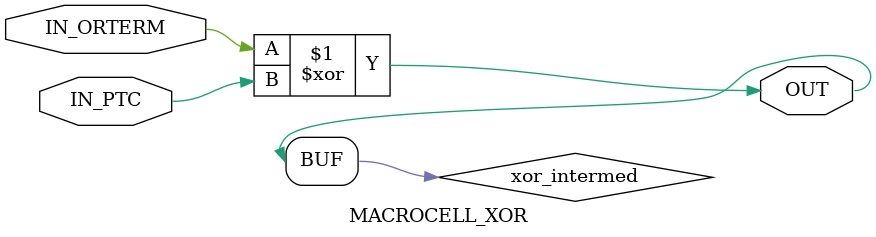
<source format=v>
module MACROCELL_XOR(IN_PTC, IN_ORTERM, OUT);
    parameter INVERT_OUT = 0;
    input IN_PTC;
    input IN_ORTERM;
    output wire OUT;
    wire xor_intermed;
    assign OUT = INVERT_OUT ? ~xor_intermed : xor_intermed;
    assign xor_intermed = IN_ORTERM ^ IN_PTC;
endmodule
</source>
